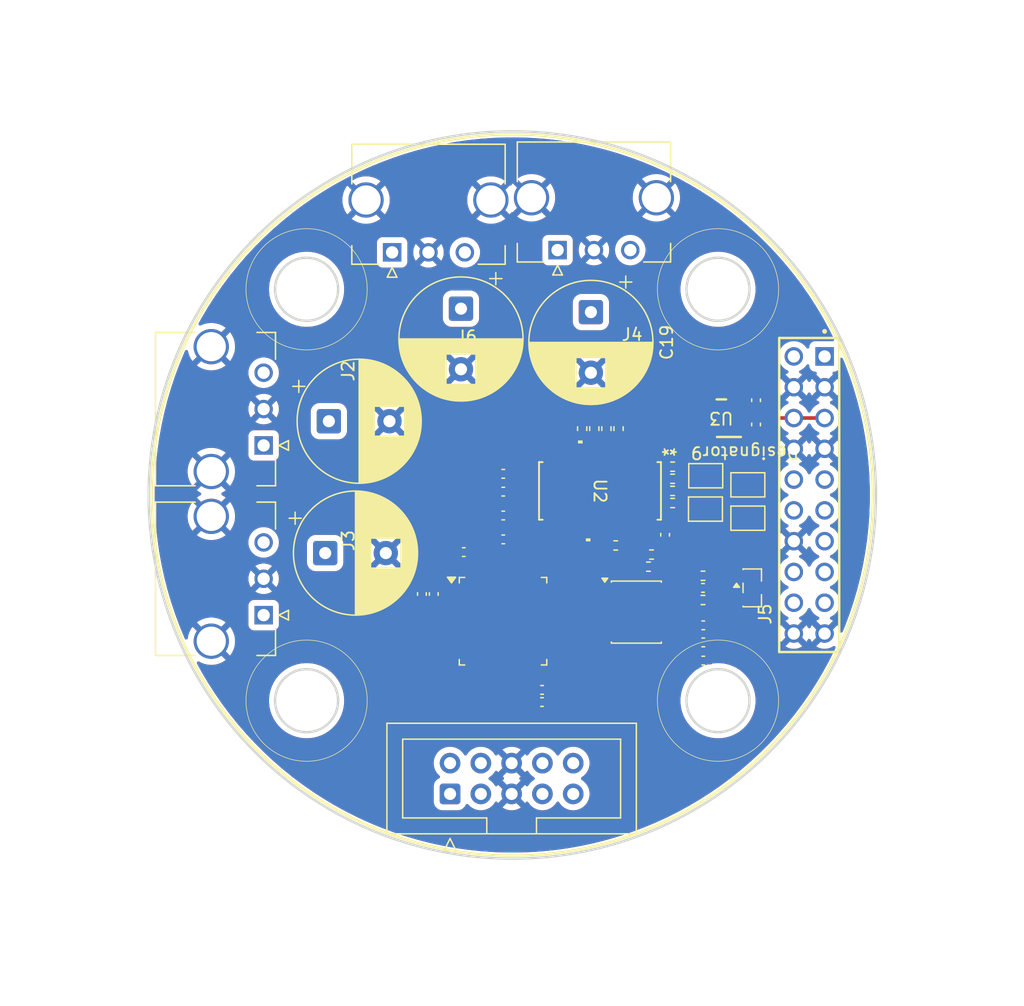
<source format=kicad_pcb>
(kicad_pcb (version 20241229) (generator "pcbnew") (generator_version "9.0")
  (layers (0 "F.Cu" signal) (4 "In1.Cu" signal) (6 "In2.Cu" signal) (2 "B.Cu" signal) (13 "F.Paste" user) (15 "B.Paste" user) (5 "F.SilkS" user "F.Silkscreen") (7 "B.SilkS" user "B.Silkscreen") (1 "F.Mask" user) (3 "B.Mask" user) (25 "Edge.Cuts" user))
  (net 0 "")
  (net 2 "3.3V")
  (net 3 "GND")
  (net 4 "5VLOGIC")
  (net 7 "MOSI")
  (net 8 "OE")
  (net 9 "MISO")
  (net 12 "RESET")
  (net 13 "CLK")
  (net 15 "CS")
  (net 19 "ADC")
  (net 20 "NRST4")
  (net 25 "SWCLK")
  (net 36 "SCL")
  (net 48 "SWDIO")
  (net 49 "Net-(C6-Pad1)")
  (net 51 "CAN_-")
  (net 52 "CAN_+")
  (net 64 "CAN_o+")
  (net 66 "5V_LOGIC")
  (net 67 "5v_SERVO")
  (net 68 "CAN_o-")
  (net 70 "Net-(U2-LED0)")
  (net 71 "Net-(J2-Pad1)")
  (net 72 "Net-(J3-Pad1)")
  (net 73 "Net-(U2-LED1)")
  (net 74 "Net-(U2-LED2)")
  (net 75 "Net-(J4-Pad1)")
  (net 76 "Net-(J6-Pad1)")
  (net 77 "Net-(U2-LED3)")
  (net 78 "SDA")
  (net 79 "Net-(JP1-B)")
  (net 80 "Net-(JP2-B)")
  (net 81 "Net-(U2-*OE)")
  (net 82 "Net-(JP3-B)")
  (net 83 "Net-(JP4-B)")
  (footprint "Capacitor_SMD:C_0402_1005Metric" (layer "F.Cu") (at 187.52 96.06)
    (property "Reference" "C13" (hide yes))
    (property "Value" "10nF" (hide yes))
    (pad "1" smd roundrect (at -0.48 0) (size 0.56 0.62) (layers "F.Cu" "F.Mask" "F.Paste") (net 2 "3.3V"))
    (pad "2" smd roundrect (at 0.48 0) (size 0.56 0.62) (layers "F.Cu" "F.Mask" "F.Paste") (net 3 "GND"))
  )
  (footprint "Resistor_SMD:R_0402_1005Metric" (layer "F.Cu") (at 204 103 180)
    (property "Reference" "R4" (hide yes))
    (property "Value" "60 Ω" (hide yes))
    (pad "1" smd roundrect (at -0.51 0 180) (size 0.54 0.64) (layers "F.Cu" "F.Mask" "F.Paste") (net 52 "CAN_+"))
    (pad "2" smd roundrect (at 0.51 0 180) (size 0.54 0.64) (layers "F.Cu" "F.Mask" "F.Paste") (net 49 "Net-(C6-Pad1)"))
  )
  (footprint "Resistor_SMD:R_0402_1005Metric" (layer "F.Cu") (at 199.5 102.25 180)
    (property "Reference" "R7" (hide yes))
    (property "Value" "4.7kΩ" (hide yes))
    (pad "1" smd roundrect (at -0.51 0 180) (size 0.54 0.64) (layers "F.Cu" "F.Mask" "F.Paste") (net 2 "3.3V"))
    (pad "2" smd roundrect (at 0.51 0 180) (size 0.54 0.64) (layers "F.Cu" "F.Mask" "F.Paste") (net 36 "SCL"))
  )
  (footprint "footprints:MOLEX_436500303" (layer "F.Cu") (at 167.75 92.25 -90)
    (property "Reference" "J2" (at -6.15 -6.9718 90) (layer "F.SilkS"))
    (property "Value" "436500303")
    (pad "1" thru_hole rect (at 0 0 270) (size 1.52 1.52) (drill 1.02) (layers "*.Cu") (net 71 "Net-(J2-Pad1)"))
    (pad "2" thru_hole circle (at -3 0 270) (size 1.52 1.52) (drill 1.02) (layers "*.Cu") (net 3 "GND"))
    (pad "3" thru_hole circle (at -6 0 270) (size 1.52 1.52) (drill 1.02) (layers "*.Cu") (net 67 "5v_SERVO"))
    (pad "S1" thru_hole circle (at 2.15 4.32 270) (size 2.91 2.91) (drill 2.41) (layers "*.Cu") (net 3 "GND"))
    (pad "S2" thru_hole circle (at -8.15 4.32 270) (size 2.91 2.91) (drill 2.41) (layers "*.Cu") (net 3 "GND"))
    (zone (net 0) (net_name "") (layer "F.Cu") (connect_pads (clearance 0)) (min_thickness 0.01)
      (keepout (tracks not_allowed) (vias not_allowed) (pads not_allowed) (copperpour not_allowed) (footprints allowed))
      (fill (thermal_gap 0.508) (thermal_bridge_width 0.508))
      (polygon (pts (xy 167.08 82.175) (xy 167.08 84.625) (xy 165.48 84.625) (xy 165.48 82.175)))
    )
    (zone (net 0) (net_name "") (layer "F.Cu") (connect_pads (clearance 0)) (min_thickness 0.01)
      (keepout (tracks not_allowed) (vias not_allowed) (pads not_allowed) (copperpour not_allowed) (footprints allowed))
      (fill (thermal_gap 0.508) (thermal_bridge_width 0.508))
      (polygon (pts (xy 167.08 93.875) (xy 167.08 96.325) (xy 165.48 96.325) (xy 165.48 93.875)))
    )
  )
  (footprint "Capacitor_SMD:C_0402_1005Metric" (layer "F.Cu") (at 187.52 98.03)
    (property "Reference" "C14" (hide yes))
    (property "Value" "4.7 uF" (hide yes))
    (pad "1" smd roundrect (at -0.48 0) (size 0.56 0.62) (layers "F.Cu" "F.Mask" "F.Paste") (net 2 "3.3V"))
    (pad "2" smd roundrect (at 0.48 0) (size 0.56 0.62) (layers "F.Cu" "F.Mask" "F.Paste") (net 3 "GND"))
  )
  (footprint "Capacitor_SMD:C_0402_1005Metric" (layer "F.Cu") (at 190.721638 112.418115)
    (property "Reference" "C11" (hide yes))
    (property "Value" "100 nF" (hide yes))
    (pad "1" smd roundrect (at -0.48 0) (size 0.56 0.62) (layers "F.Cu" "F.Mask" "F.Paste") (net 2 "3.3V"))
    (pad "2" smd roundrect (at 0.48 0) (size 0.56 0.62) (layers "F.Cu" "F.Mask" "F.Paste") (net 3 "GND"))
  )
  (footprint "Capacitor_THT:CP_Radial_D10.0mm_P5.00mm" (layer "F.Cu") (at 184.030133 80.965014 -90)
    (property "Reference" "C16" (hide yes))
    (property "Value" "1000uf 16v" (hide yes))
    (pad "1" thru_hole roundrect (at 0 0 270) (size 2 2) (drill 1) (layers "*.Cu" "*.Mask") (roundrect_rratio 0.125) (net 67 "5v_SERVO"))
    (pad "2" thru_hole circle (at 5 0 270) (size 2 2) (drill 1) (layers "*.Cu" "*.Mask") (net 3 "GND"))
  )
  (footprint "Capacitor_SMD:C_0402_1005Metric" (layer "F.Cu") (at 190.715784 113.418843)
    (property "Reference" "C9" (hide yes))
    (property "Value" "100 nF" (hide yes))
    (pad "1" smd roundrect (at -0.48 0) (size 0.56 0.62) (layers "F.Cu" "F.Mask" "F.Paste") (net 2 "3.3V"))
    (pad "2" smd roundrect (at 0.48 0) (size 0.56 0.62) (layers "F.Cu" "F.Mask" "F.Paste") (net 3 "GND"))
  )
  (footprint "footprints:TSSOP28_SOT361-1_NXP" (layer "F.Cu") (at 195.5 96 -90)
    (property "Reference" "U2" (at 0 0 270) (layer "F.SilkS"))
    (property "Value" "PCA9685PW_112")
    (fp_text user "*" (at -3.20675 -5.7236 270) (layer "F.SilkS"))
    (fp_text user "*" (at -3.20675 -5.7236 270) (layer "F.SilkS"))
    (pad "1" smd rect (at -2.95275 -4.225 270) (size 1.4097 0.3556) (layers "F.Cu" "F.Mask" "F.Paste") (net 79 "Net-(JP1-B)"))
    (pad "2" smd rect (at -2.95275 -3.574999 270) (size 1.4097 0.3556) (layers "F.Cu" "F.Mask" "F.Paste") (net 80 "Net-(JP2-B)"))
    (pad "3" smd rect (at -2.95275 -2.925 270) (size 1.4097 0.3556) (layers "F.Cu" "F.Mask" "F.Paste") (net 82 "Net-(JP3-B)"))
    (pad "4" smd rect (at -2.95275 -2.274999 270) (size 1.4097 0.3556) (layers "F.Cu" "F.Mask" "F.Paste") (net 83 "Net-(JP4-B)"))
    (pad "5" smd rect (at -2.95275 -1.625001 270) (size 1.4097 0.3556) (layers "F.Cu" "F.Mask" "F.Paste"))
    (pad "6" smd rect (at -2.95275 -0.974999 270) (size 1.4097 0.3556) (layers "F.Cu" "F.Mask" "F.Paste") (net 70 "Net-(U2-LED0)"))
    (pad "7" smd rect (at -2.95275 -0.325001 270) (size 1.4097 0.3556) (layers "F.Cu" "F.Mask" "F.Paste") (net 73 "Net-(U2-LED1)"))
    (pad "8" smd rect (at -2.95275 0.324998 270) (size 1.4097 0.3556) (layers "F.Cu" "F.Mask" "F.Paste") (net 74 "Net-(U2-LED2)"))
    (pad "9" smd rect (at -2.95275 0.974999 270) (size 1.4097 0.3556) (layers "F.Cu" "F.Mask" "F.Paste") (net 77 "Net-(U2-LED3)"))
    (pad "10" smd rect (at -2.95275 1.624998 270) (size 1.4097 0.3556) (layers "F.Cu" "F.Mask" "F.Paste"))
    (pad "11" smd rect (at -2.95275 2.274999 270) (size 1.4097 0.3556) (layers "F.Cu" "F.Mask" "F.Paste"))
    (pad "12" smd rect (at -2.95275 2.924998 270) (size 1.4097 0.3556) (layers "F.Cu" "F.Mask" "F.Paste"))
    (pad "13" smd rect (at -2.95275 3.574999 270) (size 1.4097 0.3556) (layers "F.Cu" "F.Mask" "F.Paste"))
    (pad "14" smd rect (at -2.95275 4.224998 270) (size 1.4097 0.3556) (layers "F.Cu" "F.Mask" "F.Paste") (net 3 "GND"))
    (pad "15" smd rect (at 2.95275 4.225 270) (size 1.4097 0.3556) (layers "F.Cu" "F.Mask" "F.Paste"))
    (pad "16" smd rect (at 2.95275 3.574999 270) (size 1.4097 0.3556) (layers "F.Cu" "F.Mask" "F.Paste"))
    (pad "17" smd rect (at 2.95275 2.925 270) (size 1.4097 0.3556) (layers "F.Cu" "F.Mask" "F.Paste"))
    (pad "18" smd rect (at 2.95275 2.274999 270) (size 1.4097 0.3556) (layers "F.Cu" "F.Mask" "F.Paste"))
    (pad "19" smd rect (at 2.95275 1.625001 270) (size 1.4097 0.3556) (layers "F.Cu" "F.Mask" "F.Paste"))
    (pad "20" smd rect (at 2.95275 0.974999 270) (size 1.4097 0.3556) (layers "F.Cu" "F.Mask" "F.Paste"))
    (pad "21" smd rect (at 2.95275 0.325001 270) (size 1.4097 0.3556) (layers "F.Cu" "F.Mask" "F.Paste"))
    (pad "22" smd rect (at 2.95275 -0.325001 270) (size 1.4097 0.3556) (layers "F.Cu" "F.Mask" "F.Paste"))
    (pad "23" smd rect (at 2.95275 -0.974999 270) (size 1.4097 0.3556) (layers "F.Cu" "F.Mask" "F.Paste") (net 81 "Net-(U2-*OE)"))
    (pad "24" smd rect (at 2.95275 -1.625001 270) (size 1.4097 0.3556) (layers "F.Cu" "F.Mask" "F.Paste"))
    (pad "25" smd rect (at 2.95275 -2.274999 270) (size 1.4097 0.3556) (layers "F.Cu" "F.Mask" "F.Paste") (net 3 "GND"))
    (pad "26" smd rect (at 2.95275 -2.925 270) (size 1.4097 0.3556) (layers "F.Cu" "F.Mask" "F.Paste") (net 36 "SCL"))
    (pad "27" smd rect (at 2.95275 -3.574999 270) (size 1.4097 0.3556) (layers "F.Cu" "F.Mask" "F.Paste") (net 78 "SDA"))
    (pad "28" smd rect (at 2.95275 -4.225 270) (size 1.4097 0.3556) (layers "F.Cu" "F.Mask" "F.Paste") (net 2 "3.3V"))
  )
  (footprint "Connector_IDC:IDC-Header_2x05_P2.54mm_Vertical" (layer "F.Cu") (at 183.13 121 90)
    (property "Reference" "J1" (hide yes))
    (property "Value" "JTAG-10 PIN")
    (pad "1" thru_hole roundrect (at 0 0 90) (size 1.7 1.7) (drill 1) (layers "*.Cu" "*.Mask") (roundrect_rratio 0.147059) (net 20 "NRST4"))
    (pad "2" thru_hole circle (at 2.54 0 90) (size 1.7 1.7) (drill 1) (layers "*.Cu" "*.Mask") (net 25 "SWCLK"))
    (pad "3" thru_hole circle (at 0 2.54 90) (size 1.7 1.7) (drill 1) (layers "*.Cu" "*.Mask"))
    (pad "4" thru_hole circle (at 2.54 2.54 90) (size 1.7 1.7) (drill 1) (layers "*.Cu" "*.Mask") (net 48 "SWDIO"))
    (pad "5" thru_hole circle (at 0 5.08 90) (size 1.7 1.7) (drill 1) (layers "*.Cu" "*.Mask") (net 3 "GND"))
    (pad "6" thru_hole circle (at 2.54 5.08 90) (size 1.7 1.7) (drill 1) (layers "*.Cu" "*.Mask") (net 3 "GND"))
    (pad "7" thru_hole circle (at 0 7.62 90) (size 1.7 1.7) (drill 1) (layers "*.Cu" "*.Mask") (net 2 "3.3V"))
    (pad "8" thru_hole circle (at 2.54 7.62 90) (size 1.7 1.7) (drill 1) (layers "*.Cu" "*.Mask") (net 2 "3.3V"))
    (pad "9" thru_hole circle (at 0 10.16 90) (size 1.7 1.7) (drill 1) (layers "*.Cu" "*.Mask"))
    (pad "10" thru_hole circle (at 2.54 10.16 90) (size 1.7 1.7) (drill 1) (layers "*.Cu" "*.Mask"))
  )
  (footprint "Capacitor_SMD:C_0402_1005Metric" (layer "F.Cu") (at 200.872131 99.618361 90)
    (property "Reference" "C17" (hide yes))
    (property "Value" "10uF" (hide yes))
    (pad "1" smd roundrect (at -0.48 0 90) (size 0.56 0.62) (layers "F.Cu" "F.Mask" "F.Paste") (net 3 "GND"))
    (pad "2" smd roundrect (at 0.48 0 90) (size 0.56 0.62) (layers "F.Cu" "F.Mask" "F.Paste") (net 2 "3.3V"))
  )
  (footprint "Capacitor_SMD:C_0402_1005Metric" (layer "F.Cu") (at 204.02 108.5)
    (property "Reference" "C3" (hide yes))
    (property "Value" "47 uF" (hide yes))
    (pad "1" smd roundrect (at -0.48 0) (size 0.56 0.62) (layers "F.Cu" "F.Mask" "F.Paste") (net 4 "5VLOGIC"))
    (pad "2" smd roundrect (at 0.48 0) (size 0.56 0.62) (layers "F.Cu" "F.Mask" "F.Paste") (net 3 "GND"))
  )
  (footprint "Resistor_SMD:R_0402_1005Metric" (layer "F.Cu") (at 201.49 96)
    (property "Reference" "R12" (hide yes))
    (property "Value" "10kΩ" (hide yes))
    (pad "1" smd roundrect (at -0.51 0) (size 0.54 0.64) (layers "F.Cu" "F.Mask" "F.Paste") (net 82 "Net-(JP3-B)"))
    (pad "2" smd roundrect (at 0.51 0) (size 0.54 0.64) (layers "F.Cu" "F.Mask" "F.Paste") (net 3 "GND"))
  )
  (footprint "Jumper:SolderJumper-2_P1.3mm_Open_TrianglePad1.0x1.5mm" (layer "F.Cu") (at 207.7 95.5 180)
    (property "Reference" "JP2" (hide yes))
    (property "Value" "SolderJumper_2_Open" (hide yes))
    (pad "1" smd custom (at -0.725 0 180) (size 0.3 0.3) (layers "F.Cu" "F.Mask") (net 2 "3.3V") (options (clearance outline) (anchor rect)) (primitives (gr_poly (pts (xy 1 0) (xy 0.5 0.75) (xy -0.5 0.75) (xy -0.5 -0.75) (xy 0.5 -0.75)) (width 0) (fill yes))))
    (pad "2" smd custom (at 0.725 0 180) (size 0.3 0.3) (layers "F.Cu" "F.Mask") (net 80 "Net-(JP2-B)") (options (clearance outline) (anchor rect)) (primitives (gr_poly (pts (xy 0.5 0.75) (xy -0.65 0.75) (xy -0.15 0) (xy -0.65 -0.75) (xy 0.5 -0.75)) (width 0) (fill yes))))
  )
  (footprint "Capacitor_SMD:C_0402_1005Metric" (layer "F.Cu") (at 187.52 94.59)
    (property "Reference" "C12" (hide yes))
    (property "Value" "1uF" (hide yes))
    (pad "1" smd roundrect (at -0.48 0) (size 0.56 0.62) (layers "F.Cu" "F.Mask" "F.Paste") (net 2 "3.3V"))
    (pad "2" smd roundrect (at 0.48 0) (size 0.56 0.62) (layers "F.Cu" "F.Mask" "F.Paste") (net 3 "GND"))
  )
  (footprint "Resistor_SMD:R_0402_1005Metric" (layer "F.Cu") (at 194.029536 90.862407 -90)
    (property "Reference" "R6" (hide yes))
    (property "Value" "220Ω" (hide yes))
    (pad "1" smd roundrect (at -0.51 0 270) (size 0.54 0.64) (layers "F.Cu" "F.Mask" "F.Paste") (net 76 "Net-(J6-Pad1)"))
    (pad "2" smd roundrect (at 0.51 0 270) (size 0.54 0.64) (layers "F.Cu" "F.Mask" "F.Paste") (net 77 "Net-(U2-LED3)"))
  )
  (footprint "Jumper:SolderJumper-2_P1.3mm_Open_TrianglePad1.0x1.5mm" (layer "F.Cu") (at 204.225 94.75 180)
    (property "Reference" "JP1" (hide yes))
    (property "Value" "SolderJumper_2_Open" (hide yes))
    (pad "1" smd custom (at -0.725 0 180) (size 0.3 0.3) (layers "F.Cu" "F.Mask") (net 2 "3.3V") (options (clearance outline) (anchor rect)) (primitives (gr_poly (pts (xy 1 0) (xy 0.5 0.75) (xy -0.5 0.75) (xy -0.5 -0.75) (xy 0.5 -0.75)) (width 0) (fill yes))))
    (pad "2" smd custom (at 0.725 0 180) (size 0.3 0.3) (layers "F.Cu" "F.Mask") (net 79 "Net-(JP1-B)") (options (clearance outline) (anchor rect)) (primitives (gr_poly (pts (xy 0.5 0.75) (xy -0.65 0.75) (xy -0.15 0) (xy -0.65 -0.75) (xy 0.5 -0.75)) (width 0) (fill yes))))
  )
  (footprint "Capacitor_THT:CP_Radial_D10.0mm_P5.00mm" (layer "F.Cu") (at 173.132323 90.25)
    (property "Reference" "C18" (hide yes))
    (property "Value" "1000uf 16v" (hide yes))
    (pad "1" thru_hole roundrect (at 0 0) (size 2 2) (drill 1) (layers "*.Cu" "*.Mask") (roundrect_rratio 0.125) (net 67 "5v_SERVO"))
    (pad "2" thru_hole circle (at 5 0) (size 2 2) (drill 1) (layers "*.Cu" "*.Mask") (net 3 "GND"))
  )
  (footprint "Capacitor_SMD:C_0402_1005Metric" (layer "F.Cu") (at 204.02 110)
    (property "Reference" "C4" (hide yes))
    (property "Value" "100nF" (hide yes))
    (pad "1" smd roundrect (at -0.48 0) (size 0.56 0.62) (layers "F.Cu" "F.Mask" "F.Paste") (net 4 "5VLOGIC"))
    (pad "2" smd roundrect (at 0.48 0) (size 0.56 0.62) (layers "F.Cu" "F.Mask" "F.Paste") (net 3 "GND"))
  )
  (footprint "Jumper:SolderJumper-2_P1.3mm_Open_TrianglePad1.0x1.5mm" (layer "F.Cu") (at 207.7 98.25 180)
    (property "Reference" "JP4" (hide yes))
    (property "Value" "SolderJumper_2_Open" (hide yes))
    (pad "1" smd custom (at -0.725 0 180) (size 0.3 0.3) (layers "F.Cu" "F.Mask") (net 2 "3.3V") (options (clearance outline) (anchor rect)) (primitives (gr_poly (pts (xy 1 0) (xy 0.5 0.75) (xy -0.5 0.75) (xy -0.5 -0.75) (xy 0.5 -0.75)) (width 0) (fill yes))))
    (pad "2" smd custom (at 0.725 0 180) (size 0.3 0.3) (layers "F.Cu" "F.Mask") (net 83 "Net-(JP4-B)") (options (clearance outline) (anchor rect)) (primitives (gr_poly (pts (xy 0.5 0.75) (xy -0.65 0.75) (xy -0.15 0) (xy -0.65 -0.75) (xy 0.5 -0.75)) (width 0) (fill yes))))
  )
  (footprint "Capacitor_SMD:C_0402_1005Metric" (layer "F.Cu") (at 187.52 100)
    (property "Reference" "C15" (hide yes))
    (property "Value" "100 nF" (hide yes))
    (pad "1" smd roundrect (at -0.48 0) (size 0.56 0.62) (layers "F.Cu" "F.Mask" "F.Paste") (net 2 "3.3V"))
    (pad "2" smd roundrect (at 0.48 0) (size 0.56 0.62) (layers "F.Cu" "F.Mask" "F.Paste") (net 3 "GND"))
  )
  (footprint "Capacitor_THT:CP_Radial_D10.0mm_P5.00mm" (layer "F.Cu") (at 194.75 81.25 -90)
    (property "Reference" "C19" (at 2.5 -6.25 90) (layer "F.SilkS"))
    (property "Value" "1000uf 16v" (hide yes))
    (pad "1" thru_hole roundrect (at 0 0 270) (size 2 2) (drill 1) (layers "*.Cu" "*.Mask") (roundrect_rratio 0.125) (net 67 "5v_SERVO"))
    (pad "2" thru_hole circle (at 5 0 270) (size 2 2) (drill 1) (layers "*.Cu" "*.Mask") (net 3 "GND"))
  )
  (footprint "Resistor_SMD:R_0402_1005Metric" (layer "F.Cu") (at 196.79725 100.5 180)
    (property "Reference" "R11" (hide yes))
    (property "Value" "10kΩ" (hide yes))
    (pad "1" smd roundrect (at -0.51 0 180) (size 0.54 0.64) (layers "F.Cu" "F.Mask" "F.Paste") (net 3 "GND"))
    (pad "2" smd roundrect (at 0.51 0 180) (size 0.54 0.64) (layers "F.Cu" "F.Mask" "F.Paste") (net 81 "Net-(U2-*OE)"))
  )
  (footprint "Resistor_SMD:R_0402_1005Metric" (layer "F.Cu") (at 201.49 94)
    (property "Reference" "R9" (hide yes))
    (property "Value" "10kΩ" (hide yes))
    (pad "1" smd roundrect (at -0.51 0) (size 0.54 0.64) (layers "F.Cu" "F.Mask" "F.Paste") (net 79 "Net-(JP1-B)"))
    (pad "2" smd roundrect (at 0.51 0) (size 0.54 0.64) (layers "F.Cu" "F.Mask" "F.Paste") (net 3 "GND"))
  )
  (footprint "Capacitor_SMD:C_0402_1005Metric" (layer "F.Cu") (at 208.375001 90.52 -90)
    (property "Reference" "C2" (hide yes))
    (property "Value" "100nF" (hide yes))
    (pad "1" smd roundrect (at -0.48 0 270) (size 0.56 0.62) (layers "F.Cu" "F.Mask" "F.Paste") (net 66 "5V_LOGIC"))
    (pad "2" smd roundrect (at 0.48 0 270) (size 0.56 0.62) (layers "F.Cu" "F.Mask" "F.Paste") (net 3 "GND"))
  )
  (footprint "Resistor_SMD:R_0402_1005Metric" (layer "F.Cu") (at 196.029536 90.862407 90)
    (property "Reference" "R2" (hide yes))
    (property "Value" "220Ω" (hide yes))
    (pad "1" smd roundrect (at -0.51 0 90) (size 0.54 0.64) (layers "F.Cu" "F.Mask" "F.Paste") (net 72 "Net-(J3-Pad1)"))
    (pad "2" smd roundrect (at 0.51 0 90) (size 0.54 0.64) (layers "F.Cu" "F.Mask" "F.Paste") (net 73 "Net-(U2-LED1)"))
  )
  (footprint "Capacitor_SMD:C_0402_1005Metric" (layer "F.Cu") (at 208.375001 88.52 -90)
    (property "Reference" "C5" (hide yes))
    (property "Value" "100uF" (hide yes))
    (pad "1" smd roundrect (at -0.48 0 270) (size 0.56 0.62) (layers "F.Cu" "F.Mask" "F.Paste") (net 3 "GND"))
    (pad "2" smd roundrect (at 0.48 0 270) (size 0.56 0.62) (layers "F.Cu" "F.Mask" "F.Paste") (net 2 "3.3V"))
  )
  (footprint "Capacitor_THT:CP_Radial_D10.0mm_P5.00mm" (layer "F.Cu") (at 172.82858 101.129067)
    (property "Reference" "C20" (hide yes))
    (property "Value" "1000uf 16v" (hide yes))
    (pad "1" thru_hole roundrect (at 0 0) (size 2 2) (drill 1) (layers "*.Cu" "*.Mask") (roundrect_rratio 0.125) (net 67 "5v_SERVO"))
    (pad "2" thru_hole circle (at 5 0) (size 2 2) (drill 1) (layers "*.Cu" "*.Mask") (net 3 "GND"))
  )
  (footprint "footprints:DBV0005A_N" (layer "F.Cu") (at 205.5 90 180)
    (property "Reference" "U3" (at 0 0 180) (layer "F.SilkS"))
    (property "Value" "TLV70433DBVT")
    (fp_text user "Designator9" (at -1.9558 -2.8448 180) (layer "F.SilkS"))
    (pad "1" smd rect (at -1.375001 -0.950001 270) (size 0.599999 1) (layers "F.Cu" "F.Mask" "F.Paste") (net 3 "GND"))
    (pad "2" smd rect (at -1.375001 0 270) (size 0.599999 1) (layers "F.Cu" "F.Mask" "F.Paste") (net 66 "5V_LOGIC"))
    (pad "3" smd rect (at -1.375001 0.949998 270) (size 0.599999 1) (layers "F.Cu" "F.Mask" "F.Paste") (net 2 "3.3V"))
    (pad "4" smd rect (at 1.374999 0.949998 270) (size 0.599999 1) (layers "F.Cu" "F.Mask" "F.Paste"))
    (pad "5" smd rect (at 1.374999 -0.950001 270) (size 0.599999 1) (layers "F.Cu" "F.Mask" "F.Paste"))
  )
  (footprint "footprints:MOLEX_436500303" (layer "F.Cu") (at 167.75 106.25 -90)
    (property "Reference" "J3" (at -6.15 -6.9718 90) (layer "F.SilkS"))
    (property "Value" "436500303")
    (pad "1" thru_hole rect (at 0 0 270) (size 1.52 1.52) (drill 1.02) (layers "*.Cu") (net 72 "Net-(J3-Pad1)"))
    (pad "2" thru_hole circle (at -3 0 270) (size 1.52 1.52) (drill 1.02) (layers "*.Cu") (net 3 "GND"))
    (pad "3" thru_hole circle (at -6 0 270) (size 1.52 1.52) (drill 1.02) (layers "*.Cu") (net 67 "5v_SERVO"))
    (pad "S1" thru_hole circle (at 2.15 4.32 270) (size 2.91 2.91) (drill 2.41) (layers "*.Cu") (net 3 "GND"))
    (pad "S2" thru_hole circle (at -8.15 4.32 270) (size 2.91 2.91) (drill 2.41) (layers "*.Cu") (net 3 "GND"))
    (zone (net 0) (net_name "") (layer "F.Cu") (connect_pads (clearance 0)) (min_thickness 0.01)
      (keepout (tracks not_allowed) (vias not_allowed) (pads not_allowed) (copperpour not_allowed) (footprints allowed))
      (fill (thermal_gap 0.508) (thermal_bridge_width 0.508))
      (polygon (pts (xy 167.08 96.175) (xy 167.08 98.625) (xy 165.48 98.625) (xy 165.48 96.175)))
    )
    (zone (net 0) (net_name "") (layer "F.Cu") (connect_pads (clearance 0)) (min_thickness 0.01)
      (keepout (tracks not_allowed) (vias not_allowed) (pads not_allowed) (copperpour not_allowed) (footprints allowed))
      (fill (thermal_gap 0.508) (thermal_bridge_width 0.508))
      (polygon (pts (xy 167.08 107.875) (xy 167.08 110.325) (xy 165.48 110.325) (xy 165.48 107.875)))
    )
  )
  (footprint "Resistor_SMD:R_0402_1005Metric" (layer "F.Cu") (at 201.49 95)
    (property "Reference" "R10" (hide yes))
    (property "Value" "10kΩ" (hide yes))
    (pad "1" smd roundrect (at -0.51 0) (size 0.54 0.64) (layers "F.Cu" "F.Mask" "F.Paste") (net 80 "Net-(JP2-B)"))
    (pad "2" smd roundrect (at 0.51 0) (size 0.54 0.64) (layers "F.Cu" "F.Mask" "F.Paste") (net 3 "GND"))
  )
  (footprint "Capacitor_SMD:C_0402_1005Metric" (layer "F.Cu") (at 204.02 107.09)
    (property "Reference" "C1" (hide yes))
    (property "Value" "100nF" (hide yes))
    (pad "1" smd roundrect (at -0.48 0) (size 0.56 0.62) (layers "F.Cu" "F.Mask" "F.Paste") (net 2 "3.3V"))
    (pad "2" smd roundrect (at 0.48 0) (size 0.56 0.62) (layers "F.Cu" "F.Mask" "F.Paste") (net 4 "5VLOGIC"))
  )
  (footprint "Resistor_SMD:R_0402_1005Metric" (layer "F.Cu") (at 195.029536 90.862407 -90)
    (property "Reference" "R3" (hide yes))
    (property "Value" "220Ω" (hide yes))
    (pad "1" smd roundrect (at -0.51 0 270) (size 0.54 0.64) (layers "F.Cu" "F.Mask" "F.Paste") (net 75 "Net-(J4-Pad1)"))
    (pad "2" smd roundrect (at 0.51 0 270) (size 0.54 0.64) (layers "F.Cu" "F.Mask" "F.Paste") (net 74 "Net-(U2-LED2)"))
  )
  (footprint "Capacitor_SMD:C_0402_1005Metric" (layer "F.Cu") (at 181.78491 104.50525 -90)
    (property "Reference" "C8" (hide yes))
    (property "Value" "100 nF" (hide yes))
    (pad "1" smd roundrect (at -0.48 0 270) (size 0.56 0.62) (layers "F.Cu" "F.Mask" "F.Paste") (net 2 "3.3V"))
    (pad "2" smd roundrect (at 0.48 0 270) (size 0.56 0.62) (layers "F.Cu" "F.Mask" "F.Paste") (net 3 "GND"))
  )
  (footprint "Resistor_SMD:R_0402_1005Metric" (layer "F.Cu") (at 199.75 101.25 180)
    (property "Reference" "R8" (hide yes))
    (property "Value" "4.7kΩ" (hide yes))
    (pad "1" smd roundrect (at -0.51 0 180) (size 0.54 0.64) (layers "F.Cu" "F.Mask" "F.Paste") (net 2 "3.3V"))
    (pad "2" smd roundrect (at 0.51 0 180) (size 0.54 0.64) (layers "F.Cu" "F.Mask" "F.Paste") (net 78 "SDA"))
  )
  (footprint "Resistor_SMD:R_0402_1005Metric" (layer "F.Cu") (at 197.029536 90.862407 90)
    (property "Reference" "R1" (hide yes))
    (property "Value" "220Ω" (hide yes))
    (pad "1" smd roundrect (at -0.51 0 90) (size 0.54 0.64) (layers "F.Cu" "F.Mask" "F.Paste") (net 71 "Net-(J2-Pad1)"))
    (pad "2" smd roundrect (at 0.51 0 90) (size 0.54 0.64) (layers "F.Cu" "F.Mask" "F.Paste") (net 70 "Net-(U2-LED0)"))
  )
  (footprint "Resistor_SMD:R_0402_1005Metric" (layer "F.Cu") (at 201.49 97)
    (property "Reference" "R13" (hide yes))
    (property "Value" "10kΩ" (hide yes))
    (pad "1" smd roundrect (at -0.51 0) (size 0.54 0.64) (layers "F.Cu" "F.Mask" "F.Paste") (net 83 "Net-(JP4-B)"))
    (pad "2" smd roundrect (at 0.51 0) (size 0.54 0.64) (layers "F.Cu" "F.Mask" "F.Paste") (net 3 "GND"))
  )
  (footprint "Capacitor_SMD:C_0402_1005Metric" (layer "F.Cu") (at 180.807477 104.50525 -90)
    (property "Reference" "C7" (hide yes))
    (property "Value" "4.7 uF" (hide yes))
    (pad "1" smd roundrect (at -0.48 0 270) (size 0.56 0.62) (layers "F.Cu" "F.Mask" "F.Paste") (net 2 "3.3V"))
    (pad "2" smd roundrect (at 0.48 0 270) (size 0.56 0.62) (layers "F.Cu" "F.Mask" "F.Paste") (net 3 "GND"))
  )
  (footprint "Resistor_SMD:R_0402_1005Metric" (layer "F.Cu") (at 204 105)
    (property "Reference" "R5" (hide yes))
    (property "Value" "60 Ω" (hide yes))
    (pad "1" smd roundrect (at -0.51 0) (size 0.54 0.64) (layers "F.Cu" "F.Mask" "F.Paste") (net 49 "Net-(C6-Pad1)"))
    (pad "2" smd roundrect (at 0.51 0) (size 0.54 0.64) (layers "F.Cu" "F.Mask" "F.Paste") (net 51 "CAN_-"))
  )
  (footprint "footprints:SAMTEC_ESQ-110-14-G-D" (layer "F.Cu") (at 212.760839 96.336927 90)
    (property "Reference" "J5" (at -9.825 -3.635 90) (layer "F.SilkS"))
    (property "Value" "ESQ-110-X-X-D")
    (pad "01" thru_hole rect (at 11.43 1.27 90) (size 1.524 1.524) (drill 1.016) (layers "*.Cu" "*.Mask") (net 67 "5v_SERVO"))
    (pad "02" thru_hole circle (at 11.43 -1.27 90) (size 1.524 1.524) (drill 1.016) (layers "*.Cu" "*.Mask") (net 67 "5v_SERVO"))
    (pad "03" thru_hole circle (at 8.89 1.27 90) (size 1.524 1.524) (drill 1.016) (layers "*.Cu" "*.Mask") (net 3 "GND"))
    (pad "04" thru_hole circle (at 8.89 -1.27 90) (size 1.524 1.524) (drill 1.016) (layers "*.Cu" "*.Mask") (net 3 "GND"))
    (pad "05" thru_hole circle (at 6.35 1.27 90) (size 1.524 1.524) (drill 1.016) (layers "*.Cu" "*.Mask") (net 66 "5V_LOGIC"))
    (pad "06" thru_hole circle (at 6.35 -1.27 90) (size 1.524 1.524) (drill 1.016) (layers "*.Cu" "*.Mask") (net 66 "5V_LOGIC"))
    (pad "07" thru_hole circle (at 3.81 1.27 90) (size 1.524 1.524) (drill 1.016) (layers "*.Cu" "*.Mask") (net 3 "GND"))
    (pad "08" thru_hole circle (at 3.81 -1.27 90) (size 1.524 1.524) (drill 1.016) (layers "*.Cu" "*.Mask") (net 3 "GND"))
    (pad "09" thru_hole circle (at 1.27 1.27 90) (size 1.524 1.524) (drill 1.016) (layers "*.Cu" "*.Mask"))
    (pad "10" thru_hole circle (at 1.27 -1.27 90) (size 1.524 1.524) (drill 1.016) (layers "*.Cu" "*.Mask"))
    (pad "11" thru_hole circle (at -1.27 1.27 90) (size 1.524 1.524) (drill 1.016) (layers "*.Cu" "*.Mask"))
    (pad "12" thru_hole circle (at -1.27 -1.27 90) (size 1.524 1.524) (drill 1.016) (layers "*.Cu" "*.Mask") (net 20 "NRST4"))
    (pad "13" thru_hole circle (at -3.81 1.27 90) (size 1.524 1.524) (drill 1.016) (layers "*.Cu" "*.Mask"))
    (pad "14" thru_hole circle (at -3.81 -1.27 90) (size 1.524 1.524) (drill 1.016) (layers "*.Cu" "*.Mask") (net 3 "GND"))
    (pad "15" thru_hole circle (at -6.35 1.27 90) (size 1.524 1.524) (drill 1.016) (layers "*.Cu" "*.Mask") (net 48 "SWDIO"))
    (pad "16" thru_hole circle (at -6.35 -1.27 90) (size 1.524 1.524) (drill 1.016) (layers "*.Cu" "*.Mask") (net 64 "CAN_o+"))
    (pad "17" thru_hole circle (at -8.89 1.27 90) (size 1.524 1.524) (drill 1.016) (layers "*.Cu" "*.Mask") (net 25 "SWCLK"))
    (pad "18" thru_hole circle (at -8.89 -1.27 90) (size 1.524 1.524) (drill 1.016) (layers "*.Cu" "*.Mask") (net 68 "CAN_o-"))
    (pad "19" thru_hole circle (at -11.43 1.27 90) (size 1.524 1.524) (drill 1.016) (layers "*.Cu" "*.Mask") (net 3 "GND"))
    (pad "20" thru_hole circle (at -11.43 -1.27 90) (size 1.524 1.524) (drill 1.016) (layers "*.Cu" "*.Mask") (net 3 "GND"))
  )
  (footprint "Package_TO_SOT_SMD:SOT-23" (layer "F.Cu") (at 208.0625 104)
    (property "Reference" "D1" (hide yes))
    (property "Value" "NUP2105L" (hide yes))
    (pad "1" smd roundrect (at -0.9375 -0.95) (size 1.475 0.6) (layers "F.Cu" "F.Mask" "F.Paste") (net 52 "CAN_+"))
    (pad "2" smd roundrect (at -0.9375 0.95) (size 1.475 0.6) (layers "F.Cu" "F.Mask" "F.Paste") (net 51 "CAN_-"))
    (pad "3" smd roundrect (at 0.9375 0) (size 1.475 0.6) (layers "F.Cu" "F.Mask" "F.Paste") (net 3 "GND"))
  )
  (footprint "Package_SO:SOIC-8_3.9x4.9mm_P1.27mm" (layer "F.Cu") (at 198.5 106)
    (property "Reference" "U1" (hide yes))
    (property "Value" "TJA1051T-3" (hide yes))
    (pad "1" smd roundrect (at -2.475 -1.905) (size 1.95 0.6) (layers "F.Cu" "F.Mask" "F.Paste") (net 52 "CAN_+"))
    (pad "2" smd roundrect (at -2.475 -0.635) (size 1.95 0.6) (layers "F.Cu" "F.Mask" "F.Paste") (net 3 "GND"))
    (pad "3" smd roundrect (at -2.475 0.635) (size 1.95 0.6) (layers "F.Cu" "F.Mask" "F.Paste") (net 4 "5VLOGIC"))
    (pad "4" smd roundrect (at -2.475 1.905) (size 1.95 0.6) (layers "F.Cu" "F.Mask" "F.Paste") (net 51 "CAN_-"))
    (pad "5" smd roundrect (at 2.475 1.905) (size 1.95 0.6) (layers "F.Cu" "F.Mask" "F.Paste") (net 2 "3.3V"))
    (pad "6" smd roundrect (at 2.475 0.635) (size 1.95 0.6) (layers "F.Cu" "F.Mask" "F.Paste") (net 51 "CAN_-"))
    (pad "7" smd roundrect (at 2.475 -0.635) (size 1.95 0.6) (layers "F.Cu" "F.Mask" "F.Paste") (net 52 "CAN_+"))
    (pad "8" smd roundrect (at 2.475 -1.905) (size 1.95 0.6) (layers "F.Cu" "F.Mask" "F.Paste") (net 3 "GND"))
  )
  (footprint "Capacitor_SMD:C_0402_1005Metric" (layer "F.Cu") (at 204 104)
    (property "Reference" "C6" (hide yes))
    (property "Value" "47 uF" (hide yes))
    (pad "1" smd roundrect (at -0.48 0) (size 0.56 0.62) (layers "F.Cu" "F.Mask" "F.Paste") (net 49 "Net-(C6-Pad1)"))
    (pad "2" smd roundrect (at 0.48 0) (size 0.56 0.62) (layers "F.Cu" "F.Mask" "F.Paste") (net 3 "GND"))
  )
  (footprint "Capacitor_SMD:C_0402_1005Metric" (layer "F.Cu") (at 184.259055 101.047282 180)
    (property "Reference" "C10" (hide yes))
    (property "Value" "100 nF" (hide yes))
    (pad "1" smd roundrect (at -0.48 0 180) (size 0.56 0.62) (layers "F.Cu" "F.Mask" "F.Paste") (net 2 "3.3V"))
    (pad "2" smd roundrect (at 0.48 0 180) (size 0.56 0.62) (layers "F.Cu" "F.Mask" "F.Paste") (net 3 "GND"))
  )
  (footprint "footprints:MOLEX_436500303" (layer "F.Cu") (at 192 76.13425 180)
    (property "Reference" "J4" (at -6.15 -6.9718 180) (layer "F.SilkS"))
    (property "Value" "436500303")
    (pad "1" thru_hole rect (at 0 0 180) (size 1.52 1.52) (drill 1.02) (layers "*.Cu") (net 75 "Net-(J4-Pad1)"))
    (pad "2" thru_hole circle (at -3 0 180) (size 1.52 1.52) (drill 1.02) (layers "*.Cu") (net 3 "GND"))
    (pad "3" thru_hole circle (at -6 0 180) (size 1.52 1.52) (drill 1.02) (layers "*.Cu") (net 67 "5v_SERVO"))
    (pad "S1" thru_hole circle (at 2.15 4.32 180) (size 2.91 2.91) (drill 2.41) (layers "*.Cu") (net 3 "GND"))
    (pad "S2" thru_hole circle (at -8.15 4.32 180) (size 2.91 2.91) (drill 2.41) (layers "*.Cu") (net 3 "GND"))
    (zone (net 0) (net_name "") (layer "F.Cu") (connect_pads (clearance 0)) (min_thickness 0.01)
      (keepout (tracks not_allowed) (vias not_allowed) (pads not_allowed) (copperpour not_allowed) (footprints allowed))
      (fill (thermal_gap 0.508) (thermal_bridge_width 0.508))
      (polygon (pts (xy 190.375 75.46425) (xy 187.925 75.46425) (xy 187.925 73.86425) (xy 190.375 73.86425)))
    )
    (zone (net 0) (net_name "") (layer "F.Cu") (connect_pads (clearance 0)) (min_thickness 0.01)
      (keepout (tracks not_allowed) (vias not_allowed) (pads not_allowed) (copperpour not_allowed) (footprints allowed))
      (fill (thermal_gap 0.508) (thermal_bridge_width 0.508))
      (polygon (pts (xy 202.075 75.46425) (xy 199.625 75.46425) (xy 199.625 73.86425) (xy 202.075 73.86425)))
    )
  )
  (footprint "Package_QFP:LQFP-48_7x7mm_P0.5mm" (layer "F.Cu") (at 187.5 106.75)
    (property "Reference" "U4" (hide yes))
    (property "Value" "STM32F072C8Tx" (hide yes))
    (pad "1" smd roundrect (at -4.1625 -2.75) (size 1.475 0.3) (layers "F.Cu" "F.Mask" "F.Paste") (net 2 "3.3V"))
    (pad "2" smd roundrect (at -4.1625 -2.25) (size 1.475 0.3) (layers "F.Cu" "F.Mask" "F.Paste") (net 48 "SWDIO"))
    (pad "3" smd roundrect (at -4.1625 -1.75) (size 1.475 0.3) (layers "F.Cu" "F.Mask" "F.Paste") (net 25 "SWCLK"))
    (pad "4" smd roundrect (at -4.1625 -1.25) (size 1.475 0.3) (layers "F.Cu" "F.Mask" "F.Paste"))
    (pad "5" smd roundrect (at -4.1625 -0.75) (size 1.475 0.3) (layers "F.Cu" "F.Mask" "F.Paste"))
    (pad "6" smd roundrect (at -4.1625 -0.25) (size 1.475 0.3) (layers "F.Cu" "F.Mask" "F.Paste"))
    (pad "7" smd roundrect (at -4.1625 0.25) (size 1.475 0.3) (layers "F.Cu" "F.Mask" "F.Paste") (net 20 "NRST4"))
    (pad "8" smd roundrect (at -4.1625 0.75) (size 1.475 0.3) (layers "F.Cu" "F.Mask" "F.Paste") (net 3 "GND"))
    (pad "9" smd roundrect (at -4.1625 1.25) (size 1.475 0.3) (layers "F.Cu" "F.Mask" "F.Paste") (net 2 "3.3V"))
    (pad "10" smd roundrect (at -4.1625 1.75) (size 1.475 0.3) (layers "F.Cu" "F.Mask" "F.Paste"))
    (pad "11" smd roundrect (at -4.1625 2.25) (size 1.475 0.3) (layers "F.Cu" "F.Mask" "F.Paste") (net 15 "CS"))
    (pad "12" smd roundrect (at -4.1625 2.75) (size 1.475 0.3) (layers "F.Cu" "F.Mask" "F.Paste") (net 8 "OE"))
    (pad "13" smd roundrect (at -2.75 4.1625) (size 0.3 1.475) (layers "F.Cu" "F.Mask" "F.Paste") (net 12 "RESET"))
    (pad "14" smd roundrect (at -2.25 4.1625) (size 0.3 1.475) (layers "F.Cu" "F.Mask" "F.Paste") (net 19 "ADC"))
    (pad "15" smd roundrect (at -1.75 4.1625) (size 0.3 1.475) (layers "F.Cu" "F.Mask" "F.Paste") (net 13 "CLK"))
    (pad "16" smd roundrect (at -1.25 4.1625) (size 0.3 1.475) (layers "F.Cu" "F.Mask" "F.Paste") (net 9 "MISO"))
    (pad "17" smd roundrect (at -0.75 4.1625) (size 0.3 1.475) (layers "F.Cu" "F.Mask" "F.Paste") (net 7 "MOSI"))
    (pad "18" smd roundrect (at -0.25 4.1625) (size 0.3 1.475) (layers "F.Cu" "F.Mask" "F.Paste"))
    (pad "19" smd roundrect (at 0.25 4.1625) (size 0.3 1.475) (layers "F.Cu" "F.Mask" "F.Paste"))
    (pad "20" smd roundrect (at 0.75 4.1625) (size 0.3 1.475) (layers "F.Cu" "F.Mask" "F.Paste"))
    (pad "21" smd roundrect (at 1.25 4.1625) (size 0.3 1.475) (layers "F.Cu" "F.Mask" "F.Paste"))
    (pad "22" smd roundrect (at 1.75 4.1625) (size 0.3 1.475) (layers "F.Cu" "F.Mask" "F.Paste"))
    (pad "23" smd roundrect (at 2.25 4.1625) (size 0.3 1.475) (layers "F.Cu" "F.Mask" "F.Paste") (net 3 "GND"))
    (pad "24" smd roundrect (at 2.75 4.1625) (size 0.3 1.475) (layers "F.Cu" "F.Mask" "F.Paste") (net 2 "3.3V"))
    (pad "25" smd roundrect (at 4.1625 2.75) (size 1.475 0.3) (layers "F.Cu" "F.Mask" "F.Paste"))
    (pad "26" smd roundrect (at 4.1625 2.25) (size 1.475 0.3) (layers "F.Cu" "F.Mask" "F.Paste"))
    (pad "27" smd roundrect (at 4.1625 1.75) (size 1.475 0.3) (layers "F.Cu" "F.Mask" "F.Paste"))
    (pad "28" smd roundrect (at 4.1625 1.25) (size 1.475 0.3) (layers "F.Cu" "F.Mask" "F.Paste"))
    (pad "29" smd roundrect (at 4.1625 0.75) (size 1.475 0.3) (layers "F.Cu" "F.Mask" "F.Paste"))
    (pad "30" smd roundrect (at 4.1625 0.25) (size 1.475 0.3) (layers "F.Cu" "F.Mask" "F.Paste"))
    (pad "31" smd roundrect (at 4.1625 -0.25) (size 1.475 0.3) (layers "F.Cu" "F.Mask" "F.Paste"))
    (pad "32" smd roundrect (at 4.1625 -0.75) (size 1.475 0.3) (layers "F.Cu" "F.Mask" "F.Paste") (net 51 "CAN_-"))
    (pad "33" smd roundrect (at 4.1625 -1.25) (size 1.475 0.3) (layers "F.Cu" "F.Mask" "F.Paste") (net 52 "CAN_+"))
    (pad "34" smd roundrect (at 4.1625 -1.75) (size 1.475 0.3) (layers "F.Cu" "F.Mask" "F.Paste"))
    (pad "35" smd roundrect (at 4.1625 -2.25) (size 1.475 0.3) (layers "F.Cu" "F.Mask" "F.Paste") (net 3 "GND"))
    (pad "36" smd roundrect (at 4.1625 -2.75) (size 1.475 0.3) (layers "F.Cu" "F.Mask" "F.Paste") (net 2 "3.3V"))
    (pad "37" smd roundrect (at 2.75 -4.1625) (size 0.3 1.475) (layers "F.Cu" "F.Mask" "F.Paste"))
    (pad "38" smd roundrect (at 2.25 -4.1625) (size 0.3 1.475) (layers "F.Cu" "F.Mask" "F.Paste"))
    (pad "39" smd roundrect (at 1.75 -4.1625) (size 0.3 1.475) (layers "F.Cu" "F.Mask" "F.Paste"))
    (pad "40" smd roundrect (at 1.25 -4.1625) (size 0.3 1.475) (layers "F.Cu" "F.Mask" "F.Paste"))
    (pad "41" smd roundrect (at 0.75 -4.1625) (size 0.3 1.475) (layers "F.Cu" "F.Mask" "F.Paste"))
    (pad "42" smd roundrect (at 0.25 -4.1625) (size 0.3 1.475) (layers "F.Cu" "F.Mask" "F.Paste"))
    (pad "43" smd roundrect (at -0.25 -4.1625) (size 0.3 1.475) (layers "F.Cu" "F.Mask" "F.Paste") (net 78 "SDA"))
    (pad "44" smd roundrect (at -0.75 -4.1625) (size 0.3 1.475) (layers "F.Cu" "F.Mask" "F.Paste"))
    (pad "45" smd roundrect (at -1.25 -4.1625) (size 0.3 1.475) (layers "F.Cu" "F.Mask" "F.Paste") (net 36 "SCL"))
    (pad "46" smd roundrect (at -1.75 -4.1625) (size 0.3 1.475) (layers "F.Cu" "F.Mask" "F.Paste"))
    (pad "47" smd roundrect (at -2.25 -4.1625) (size 0.3 1.475) (layers "F.Cu" "F.Mask" "F.Paste") (net 3 "GND"))
    (pad "48" smd roundrect (at -2.75 -4.1625) (size 0.3 1.475) (layers "F.Cu" "F.Mask" "F.Paste") (net 2 "3.3V"))
  )
  (footprint "footprints:MOLEX_436500303" (layer "F.Cu") (at 178.35 76.32 180)
    (property "Reference" "J6" (at -6.15 -6.9718 180) (layer "F.SilkS"))
    (property "Value" "436500303")
    (pad "1" thru_hole rect (at 0 0 180) (size 1.52 1.52) (drill 1.02) (layers "*.Cu") (net 76 "Net-(J6-Pad1)"))
    (pad "2" thru_hole circle (at -3 0 180) (size 1.52 1.52) (drill 1.02) (layers "*.Cu") (net 3 "GND"))
    (pad "3" thru_hole circle (at -6 0 180) (size 1.52 1.52) (drill 1.02) (layers "*.Cu") (net 67 "5v_SERVO"))
    (pad "S1" thru_hole circle (at 2.15 4.32 180) (size 2.91 2.91) (drill 2.41) (layers "*.Cu") (net 3 "GND"))
    (pad "S2" thru_hole circle (at -8.15 4.32 180) (size 2.91 2.91) (drill 2.41) (layers "*.Cu") (net 3 "GND"))
    (zone (net 0) (net_name "") (layer "F.Cu") (connect_pads (clearance 0)) (min_thickness 0.01)
      (keepout (tracks not_allowed) (vias not_allowed) (pads not_allowed) (copperpour not_allowed) (footprints allowed))
      (fill (thermal_gap 0.508) (thermal_bridge_width 0.508))
      (polygon (pts (xy 176.725 75.65) (xy 174.275 75.65) (xy 174.275 74.05) (xy 176.725 74.05)))
    )
    (zone (net 0) (net_name "") (layer "F.Cu") (connect_pads (clearance 0)) (min_thickness 0.01)
      (keepout (tracks not_allowed) (vias not_allowed) (pads not_allowed) (copperpour not_allowed) (footprints allowed))
      (fill (thermal_gap 0.508) (thermal_bridge_width 0.508))
      (polygon (pts (xy 188.425 75.65) (xy 185.975 75.65) (xy 185.975 74.05) (xy 188.425 74.05)))
    )
  )
  (footprint "Jumper:SolderJumper-2_P1.3mm_Open_TrianglePad1.0x1.5mm" (layer "F.Cu") (at 204.2 97.5 180)
    (property "Reference" "JP3" (hide yes))
    (property "Value" "SolderJumper_2_Open" (hide yes))
    (pad "1" smd custom (at -0.725 0 180) (size 0.3 0.3) (layers "F.Cu" "F.Mask") (net 2 "3.3V") (options (clearance outline) (anchor rect)) (primitives (gr_poly (pts (xy 1 0) (xy 0.5 0.75) (xy -0.5 0.75) (xy -0.5 -0.75) (xy 0.5 -0.75)) (width 0) (fill yes))))
    (pad "2" smd custom (at 0.725 0 180) (size 0.3 0.3) (layers "F.Cu" "F.Mask") (net 82 "Net-(JP3-B)") (options (clearance outline) (anchor rect)) (primitives (gr_poly (pts (xy 0.5 0.75) (xy -0.65 0.75) (xy -0.15 0) (xy -0.65 -0.75) (xy 0.5 -0.75)) (width 0) (fill yes))))
  )
  (gr_circle (center 205.235718 113.306423) (end 210.235718 113.306423) (stroke (width 0.05)) (fill no) (layer "F.SilkS"))
  (gr_circle (center 171.294592 79.365297) (end 176.294592 79.365297) (stroke (width 0.05)) (fill no) (layer "F.SilkS"))
  (gr_circle (center 188.265155 96.33586) (end 218.015155 96.33586) (stroke (width 0.2)) (fill no) (layer "F.SilkS"))
  (gr_circle (center 171.294592 113.306423) (end 176.294592 113.306423) (stroke (width 0.05)) (fill no) (layer "F.SilkS"))
  (gr_circle (center 205.235718 79.365297) (end 210.235718 79.365297) (stroke (width 0.05)) (fill no) (layer "F.SilkS"))
  (gr_circle (center 205.235718 113.306423) (end 207.835718 113.306423) (stroke (width 0.2)) (fill no) (layer "Edge.Cuts"))
  (gr_circle (center 171.294592 113.306423) (end 173.894592 113.306423) (stroke (width 0.2)) (fill no) (layer "Edge.Cuts"))
  (gr_circle (center 205.235718 79.365297) (end 207.835718 79.365297) (stroke (width 0.2)) (fill no) (layer "Edge.Cuts"))
  (gr_circle (center 188.265155 96.33586) (end 218.265155 96.33586) (stroke (width 0.2)) (fill no) (layer "Edge.Cuts"))
  (gr_circle (center 171.294592 79.365297) (end 173.894592 79.365297) (stroke (width 0.2)) (fill no) (layer "Edge.Cuts"))
  (segment (start 206.875001 89.050002) (end 208.324999 89.050002) (width 0.2) (layer "F.Cu") (net 2))
  (segment (start 208.324999 89.050002) (end 208.375001 89) (width 0.2) (layer "F.Cu") (net 2))
  (segment (start 206.925 91) (end 206.875001 90.950001) (width 0.2) (layer "F.Cu") (net 3))
  (segment (start 208.375001 91) (end 206.925 91) (width 0.2) (layer "F.Cu") (net 3))
  (segment (start 208.375001 88.04) (end 208.375001 88) (width 0.2) (layer "F.Cu") (net 3))
  (segment (start 206.018749 104.95) (end 205.679749 104.611) (width 0.2) (layer "F.Cu") (net 51))
  (segment (start 203.879 105.621) (end 203.17066 105.621) (width 0.2) (layer "F.Cu") (net 51))
  (segment (start 207.125 104.95) (end 206.018749 104.95) (width 0.2) (layer "F.Cu") (net 51))
  (segment (start 204.879001 104.611) (end 204.51 104.980001) (width 0.2) (layer "F.Cu") (net 51))
  (segment (start 204.51 104.980001) (end 204.51 105) (width 0.2) (layer "F.Cu") (net 51))
  (segment (start 204.5 105) (end 203.879 105.621) (width 0.2) (layer "F.Cu") (net 51))
  (segment (start 204.51 105) (end 204.5 105) (width 0.2) (layer "F.Cu") (net 51))
  (segment (start 204.51 103) (end 203.889 102.379) (width 0.2) (layer "F.Cu") (net 52))
  (segment (start 203.889 102.379) (end 203.17066 102.379) (width 0.2) (layer "F.Cu") (net 52))
  (segment (start 205.679749 103.389) (end 204.879001 103.389) (width 0.2) (layer "F.Cu") (net 52))
  (segment (start 207.125 103.05) (end 206.018749 103.05) (width 0.2) (layer "F.Cu") (net 52))
  (segment (start 206.018749 103.05) (end 205.679749 103.389) (width 0.2) (layer "F.Cu") (net 52))
  (segment (start 204.51 103.019999) (end 204.51 103) (width 0.2) (layer "F.Cu") (net 52))
  (segment (start 204.879001 103.389) (end 204.51 103.019999) (width 0.2) (layer "F.Cu") (net 52))
  (segment (start 214.030839 89.986927) (end 208.428074 89.986927) (width 0.3) (layer "F.Cu") (net 66))
  (segment (start 206.875001 90) (end 208.335001 90) (width 0.2) (layer "F.Cu") (net 66))
  (segment (start 208.428074 89.986927) (end 208.375001 90.04) (width 0.2) (layer "F.Cu") (net 66))
  (segment (start 208.335001 90) (end 208.375001 90.04) (width 0.2) (layer "F.Cu") (net 66))
  (segment (start 175.59862 95.113641) (end 175.606274 95.105987) (width 0.2) (layer "F.Cu") (net 67))
  (zone (net 3) (net_name "GND") (layers "F.Cu" "B.Cu" "In1.Cu" "In2.Cu") (connect_pads (clearance 0.5)) (min_thickness 0.25) (fill yes (thermal_gap 0.5) (thermal_bridge_width 0.5))
    (polygon (pts (xy 230.5 55.5) (xy 146 57) (xy 149 138.5) (xy 227.5 134)))
  )
)
</source>
